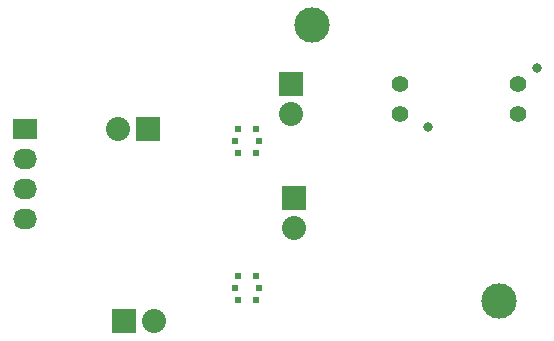
<source format=gbs>
G04 #@! TF.FileFunction,Soldermask,Bot*
%FSLAX46Y46*%
G04 Gerber Fmt 4.6, Leading zero omitted, Abs format (unit mm)*
G04 Created by KiCad (PCBNEW 0.201506222247+5806~23~ubuntu14.04.1-product) date Tue 30 Jun 2015 21:50:21 CEST*
%MOMM*%
G01*
G04 APERTURE LIST*
%ADD10C,0.100000*%
%ADD11C,0.609600*%
%ADD12R,2.032000X2.032000*%
%ADD13O,2.032000X2.032000*%
%ADD14C,0.800000*%
%ADD15C,1.400000*%
%ADD16C,3.000000*%
%ADD17R,2.032000X1.727200*%
%ADD18O,2.032000X1.727200*%
G04 APERTURE END LIST*
D10*
D11*
X146431000Y-102616000D03*
X146177000Y-103632000D03*
X146431000Y-104648000D03*
X148209000Y-103632000D03*
X147955000Y-102616000D03*
X147955000Y-104648000D03*
D12*
X150876000Y-86360000D03*
D13*
X150876000Y-88900000D03*
D12*
X151130000Y-96012000D03*
D13*
X151130000Y-98552000D03*
D14*
X171700000Y-85030000D03*
X162500000Y-89980000D03*
D15*
X170100000Y-88900000D03*
X170100000Y-86360000D03*
X160100000Y-88900000D03*
X160100000Y-86360000D03*
D16*
X152654000Y-81407000D03*
X168529000Y-104775000D03*
D12*
X138811000Y-90170000D03*
D13*
X136271000Y-90170000D03*
D17*
X128397000Y-90170000D03*
D18*
X128397000Y-92710000D03*
X128397000Y-95250000D03*
X128397000Y-97790000D03*
D12*
X136779000Y-106426000D03*
D13*
X139319000Y-106426000D03*
D11*
X146431000Y-90170000D03*
X146177000Y-91186000D03*
X146431000Y-92202000D03*
X148209000Y-91186000D03*
X147955000Y-90170000D03*
X147955000Y-92202000D03*
M02*

</source>
